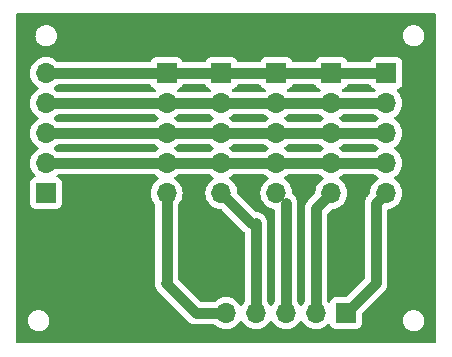
<source format=gbr>
%TF.GenerationSoftware,KiCad,Pcbnew,7.0.8*%
%TF.CreationDate,2023-12-26T11:26:10-03:00*%
%TF.ProjectId,teste2,74657374-6532-42e6-9b69-6361645f7063,rev?*%
%TF.SameCoordinates,Original*%
%TF.FileFunction,Copper,L2,Bot*%
%TF.FilePolarity,Positive*%
%FSLAX45Y45*%
G04 Gerber Fmt 4.5, Leading zero omitted, Abs format (unit mm)*
G04 Created by KiCad (PCBNEW 7.0.8) date 2023-12-26 11:26:10*
%MOMM*%
%LPD*%
G01*
G04 APERTURE LIST*
%TA.AperFunction,ComponentPad*%
%ADD10R,1.700000X1.700000*%
%TD*%
%TA.AperFunction,ComponentPad*%
%ADD11O,1.700000X1.700000*%
%TD*%
%TA.AperFunction,Conductor*%
%ADD12C,0.900000*%
%TD*%
%TA.AperFunction,Conductor*%
%ADD13C,0.250000*%
%TD*%
G04 APERTURE END LIST*
D10*
%TO.P,J4,1*%
%TO.N,Net-(J1-Pad1)*%
X14861000Y-6096000D03*
D11*
%TO.P,J4,2*%
%TO.N,Net-(J1-Pad2)*%
X14861000Y-6350000D03*
%TO.P,J4,3*%
%TO.N,Net-(J1-Pad3)*%
X14861000Y-6604000D03*
%TO.P,J4,4*%
%TO.N,Net-(J1-Pad4)*%
X14861000Y-6858000D03*
%TO.P,J4,5*%
%TO.N,Net-(J4-Pad5)*%
X14861000Y-7112000D03*
%TD*%
D10*
%TO.P,J3,1*%
%TO.N,Net-(J1-Pad1)*%
X14396000Y-6096000D03*
D11*
%TO.P,J3,2*%
%TO.N,Net-(J1-Pad2)*%
X14396000Y-6350000D03*
%TO.P,J3,3*%
%TO.N,Net-(J1-Pad3)*%
X14396000Y-6604000D03*
%TO.P,J3,4*%
%TO.N,Net-(J1-Pad4)*%
X14396000Y-6858000D03*
%TO.P,J3,5*%
%TO.N,Net-(J3-Pad5)*%
X14396000Y-7112000D03*
%TD*%
D10*
%TO.P,J2,1*%
%TO.N,Net-(J1-Pad1)*%
X13931000Y-6096000D03*
D11*
%TO.P,J2,2*%
%TO.N,Net-(J1-Pad2)*%
X13931000Y-6350000D03*
%TO.P,J2,3*%
%TO.N,Net-(J1-Pad3)*%
X13931000Y-6604000D03*
%TO.P,J2,4*%
%TO.N,Net-(J1-Pad4)*%
X13931000Y-6858000D03*
%TO.P,J2,5*%
%TO.N,Net-(J2-Pad5)*%
X13931000Y-7112000D03*
%TD*%
D10*
%TO.P,J7,1*%
%TO.N,unconnected-(J7-Pad1)*%
X12446000Y-7112000D03*
D11*
%TO.P,J7,2*%
%TO.N,Net-(J1-Pad4)*%
X12446000Y-6858000D03*
%TO.P,J7,3*%
%TO.N,Net-(J1-Pad3)*%
X12446000Y-6604000D03*
%TO.P,J7,4*%
%TO.N,Net-(J1-Pad2)*%
X12446000Y-6350000D03*
%TO.P,J7,5*%
%TO.N,Net-(J1-Pad1)*%
X12446000Y-6096000D03*
%TD*%
D10*
%TO.P,J6,1*%
%TO.N,Net-(J5-Pad5)*%
X14986000Y-8128000D03*
D11*
%TO.P,J6,2*%
%TO.N,Net-(J4-Pad5)*%
X14732000Y-8128000D03*
%TO.P,J6,3*%
%TO.N,Net-(J3-Pad5)*%
X14478000Y-8128000D03*
%TO.P,J6,4*%
%TO.N,Net-(J2-Pad5)*%
X14224000Y-8128000D03*
%TO.P,J6,5*%
%TO.N,Net-(J1-Pad5)*%
X13970000Y-8128000D03*
%TD*%
D10*
%TO.P,J5,1*%
%TO.N,Net-(J1-Pad1)*%
X15326000Y-6096000D03*
D11*
%TO.P,J5,2*%
%TO.N,Net-(J1-Pad2)*%
X15326000Y-6350000D03*
%TO.P,J5,3*%
%TO.N,Net-(J1-Pad3)*%
X15326000Y-6604000D03*
%TO.P,J5,4*%
%TO.N,Net-(J1-Pad4)*%
X15326000Y-6858000D03*
%TO.P,J5,5*%
%TO.N,Net-(J5-Pad5)*%
X15326000Y-7112000D03*
%TD*%
D10*
%TO.P,J1,1*%
%TO.N,Net-(J1-Pad1)*%
X13466000Y-6096000D03*
D11*
%TO.P,J1,2*%
%TO.N,Net-(J1-Pad2)*%
X13466000Y-6350000D03*
%TO.P,J1,3*%
%TO.N,Net-(J1-Pad3)*%
X13466000Y-6604000D03*
%TO.P,J1,4*%
%TO.N,Net-(J1-Pad4)*%
X13466000Y-6858000D03*
%TO.P,J1,5*%
%TO.N,Net-(J1-Pad5)*%
X13466000Y-7112000D03*
%TD*%
D12*
%TO.N,Net-(J1-Pad1)*%
X14396000Y-6096000D02*
X13931000Y-6096000D01*
X14861000Y-6096000D02*
X14396000Y-6096000D01*
X15326000Y-6096000D02*
X14861000Y-6096000D01*
X13931000Y-6096000D02*
X13466000Y-6096000D01*
X13466000Y-6096000D02*
X12446000Y-6096000D01*
%TO.N,Net-(J1-Pad2)*%
X12446000Y-6350000D02*
X13466000Y-6350000D01*
X14396000Y-6350000D02*
X14861000Y-6350000D01*
X13466000Y-6350000D02*
X13931000Y-6350000D01*
X15326000Y-6350000D02*
X14861000Y-6350000D01*
X13931000Y-6350000D02*
X14396000Y-6350000D01*
%TO.N,Net-(J1-Pad3)*%
X14861000Y-6604000D02*
X14396000Y-6604000D01*
X13466000Y-6604000D02*
X12446000Y-6604000D01*
X14396000Y-6604000D02*
X13931000Y-6604000D01*
X13931000Y-6604000D02*
X13466000Y-6604000D01*
X15326000Y-6604000D02*
X14861000Y-6604000D01*
%TO.N,Net-(J1-Pad4)*%
X13931000Y-6858000D02*
X14396000Y-6858000D01*
X14861000Y-6858000D02*
X15326000Y-6858000D01*
X14396000Y-6858000D02*
X14861000Y-6858000D01*
X12446000Y-6858000D02*
X13466000Y-6858000D01*
X13466000Y-6858000D02*
X13931000Y-6858000D01*
%TO.N,Net-(J1-Pad5)*%
X13466000Y-7870000D02*
X13466000Y-7112000D01*
X13716000Y-8128000D02*
X13462000Y-7874000D01*
D13*
X13462000Y-7874000D02*
X13466000Y-7870000D01*
D12*
X13970000Y-8128000D02*
X13716000Y-8128000D01*
D13*
%TO.N,Net-(J2-Pad5)*%
X14224000Y-7366000D02*
X14185000Y-7366000D01*
D12*
X14224000Y-8128000D02*
X14224000Y-7366000D01*
X14185000Y-7366000D02*
X13931000Y-7112000D01*
%TO.N,Net-(J3-Pad5)*%
X14478000Y-8128000D02*
X14478000Y-7194000D01*
D13*
X14478000Y-7194000D02*
X14396000Y-7112000D01*
D12*
%TO.N,Net-(J4-Pad5)*%
X14732000Y-7241000D02*
X14861000Y-7112000D01*
X14732000Y-8128000D02*
X14732000Y-7241000D01*
%TO.N,Net-(J5-Pad5)*%
X15240000Y-7874000D02*
X15240000Y-7198000D01*
X14986000Y-8128000D02*
X15240000Y-7874000D01*
X15326000Y-7112000D02*
X15240000Y-7198000D01*
%TD*%
%TA.AperFunction,NonConductor*%
G36*
X15742254Y-5590019D02*
G01*
X15746829Y-5595299D01*
X15747950Y-5600450D01*
X15747950Y-8369550D01*
X15745981Y-8376254D01*
X15740701Y-8380829D01*
X15735550Y-8381950D01*
X12204450Y-8381950D01*
X12197746Y-8379981D01*
X12193171Y-8374701D01*
X12192050Y-8369550D01*
X12192050Y-8191500D01*
X12292152Y-8191500D01*
X12292909Y-8198702D01*
X12292943Y-8199350D01*
X12292943Y-8200913D01*
X12293268Y-8202441D01*
X12293370Y-8203082D01*
X12294127Y-8210284D01*
X12294127Y-8210285D01*
X12296364Y-8217170D01*
X12296532Y-8217798D01*
X12296857Y-8219327D01*
X12296857Y-8219327D01*
X12297493Y-8220755D01*
X12297726Y-8221361D01*
X12299963Y-8228247D01*
X12299963Y-8228248D01*
X12303584Y-8234519D01*
X12303878Y-8235096D01*
X12304514Y-8236525D01*
X12305433Y-8237790D01*
X12305787Y-8238334D01*
X12309407Y-8244605D01*
X12309407Y-8244605D01*
X12314252Y-8249986D01*
X12314660Y-8250490D01*
X12314661Y-8250490D01*
X12315580Y-8251755D01*
X12315580Y-8251755D01*
X12315580Y-8251755D01*
X12315580Y-8251755D01*
X12316742Y-8252802D01*
X12317200Y-8253260D01*
X12319118Y-8255390D01*
X12322045Y-8258641D01*
X12327904Y-8262898D01*
X12328409Y-8263306D01*
X12328720Y-8263586D01*
X12329570Y-8264352D01*
X12329570Y-8264352D01*
X12330456Y-8264864D01*
X12330924Y-8265133D01*
X12331468Y-8265487D01*
X12337326Y-8269743D01*
X12343942Y-8272689D01*
X12344518Y-8272982D01*
X12345873Y-8273764D01*
X12345873Y-8273764D01*
X12345873Y-8273764D01*
X12345873Y-8273765D01*
X12347361Y-8274248D01*
X12347966Y-8274480D01*
X12347966Y-8274481D01*
X12354581Y-8277426D01*
X12361666Y-8278932D01*
X12362290Y-8279099D01*
X12363777Y-8279582D01*
X12363778Y-8279582D01*
X12365334Y-8279746D01*
X12365971Y-8279847D01*
X12373056Y-8281353D01*
X12373056Y-8281353D01*
X12380297Y-8281353D01*
X12380945Y-8281387D01*
X12381345Y-8281428D01*
X12382500Y-8281550D01*
X12383655Y-8281428D01*
X12384055Y-8281387D01*
X12384703Y-8281353D01*
X12391944Y-8281353D01*
X12391944Y-8281353D01*
X12399028Y-8279847D01*
X12399666Y-8279746D01*
X12401222Y-8279582D01*
X12402710Y-8279099D01*
X12403333Y-8278932D01*
X12410419Y-8277426D01*
X12410419Y-8277425D01*
X12410419Y-8277425D01*
X12411690Y-8276860D01*
X12417036Y-8274480D01*
X12417638Y-8274248D01*
X12419127Y-8273765D01*
X12420483Y-8272981D01*
X12421054Y-8272690D01*
X12427674Y-8269743D01*
X12433534Y-8265485D01*
X12434076Y-8265133D01*
X12435430Y-8264352D01*
X12436593Y-8263304D01*
X12437093Y-8262900D01*
X12442954Y-8258641D01*
X12447800Y-8253260D01*
X12448258Y-8252802D01*
X12449420Y-8251755D01*
X12450340Y-8250489D01*
X12450746Y-8249987D01*
X12455593Y-8244605D01*
X12459214Y-8238333D01*
X12459566Y-8237790D01*
X12460485Y-8236525D01*
X12461122Y-8235094D01*
X12461414Y-8234521D01*
X12465036Y-8228248D01*
X12467275Y-8221358D01*
X12467505Y-8220758D01*
X12468143Y-8219327D01*
X12468468Y-8217796D01*
X12468635Y-8217172D01*
X12470873Y-8210284D01*
X12471630Y-8203080D01*
X12471731Y-8202443D01*
X12472057Y-8200913D01*
X12472116Y-8198642D01*
X12472148Y-8198158D01*
X12472516Y-8194655D01*
X12472847Y-8191500D01*
X12472148Y-8184841D01*
X12472116Y-8184357D01*
X12472057Y-8182087D01*
X12471731Y-8180557D01*
X12471630Y-8179919D01*
X12470873Y-8172716D01*
X12468635Y-8165828D01*
X12468467Y-8165202D01*
X12468143Y-8163673D01*
X12467507Y-8162245D01*
X12467274Y-8161640D01*
X12465036Y-8154752D01*
X12461415Y-8148480D01*
X12461122Y-8147904D01*
X12460485Y-8146475D01*
X12459566Y-8145210D01*
X12459213Y-8144666D01*
X12455593Y-8138395D01*
X12455592Y-8138394D01*
X12450748Y-8133014D01*
X12450339Y-8132509D01*
X12449420Y-8131245D01*
X12449420Y-8131245D01*
X12448257Y-8130198D01*
X12447799Y-8129739D01*
X12442954Y-8124359D01*
X12437096Y-8120103D01*
X12436592Y-8119694D01*
X12435430Y-8118648D01*
X12435430Y-8118648D01*
X12434077Y-8117867D01*
X12433533Y-8117513D01*
X12427673Y-8113257D01*
X12427674Y-8113257D01*
X12421058Y-8110311D01*
X12420480Y-8110017D01*
X12419127Y-8109235D01*
X12419126Y-8109235D01*
X12417639Y-8108752D01*
X12417034Y-8108519D01*
X12414932Y-8107584D01*
X12410419Y-8105574D01*
X12403336Y-8104069D01*
X12402709Y-8103901D01*
X12401223Y-8103418D01*
X12401222Y-8103418D01*
X12399669Y-8103254D01*
X12399028Y-8103153D01*
X12391944Y-8101647D01*
X12391944Y-8101647D01*
X12384702Y-8101647D01*
X12384054Y-8101613D01*
X12382500Y-8101450D01*
X12380946Y-8101613D01*
X12380297Y-8101647D01*
X12373056Y-8101647D01*
X12365972Y-8103153D01*
X12365331Y-8103254D01*
X12363778Y-8103418D01*
X12362291Y-8103901D01*
X12361664Y-8104069D01*
X12354581Y-8105574D01*
X12347966Y-8108520D01*
X12347360Y-8108752D01*
X12345874Y-8109235D01*
X12345873Y-8109235D01*
X12344519Y-8110017D01*
X12343941Y-8110312D01*
X12337326Y-8113257D01*
X12337326Y-8113257D01*
X12331468Y-8117513D01*
X12330924Y-8117866D01*
X12329570Y-8118648D01*
X12329570Y-8118648D01*
X12328407Y-8119695D01*
X12327903Y-8120103D01*
X12322046Y-8124359D01*
X12317201Y-8129739D01*
X12316742Y-8130198D01*
X12315580Y-8131245D01*
X12315580Y-8131245D01*
X12314661Y-8132510D01*
X12314252Y-8133014D01*
X12309407Y-8138395D01*
X12309407Y-8138395D01*
X12305786Y-8144667D01*
X12305433Y-8145211D01*
X12304515Y-8146474D01*
X12304514Y-8146476D01*
X12303878Y-8147903D01*
X12303584Y-8148481D01*
X12299964Y-8154752D01*
X12297726Y-8161638D01*
X12297493Y-8162244D01*
X12296857Y-8163673D01*
X12296857Y-8163673D01*
X12296532Y-8165203D01*
X12296364Y-8165830D01*
X12294127Y-8172715D01*
X12294127Y-8172716D01*
X12293865Y-8175203D01*
X12293370Y-8179917D01*
X12293268Y-8180558D01*
X12292943Y-8182087D01*
X12292943Y-8183650D01*
X12292909Y-8184298D01*
X12292152Y-8191500D01*
X12192050Y-8191500D01*
X12192050Y-6858000D01*
X12310434Y-6858000D01*
X12312494Y-6881540D01*
X12312494Y-6881541D01*
X12318609Y-6904365D01*
X12318610Y-6904366D01*
X12318610Y-6904366D01*
X12328596Y-6925783D01*
X12328597Y-6925783D01*
X12342150Y-6945139D01*
X12342151Y-6945140D01*
X12354343Y-6957333D01*
X12357691Y-6963465D01*
X12357193Y-6970434D01*
X12353006Y-6976027D01*
X12349908Y-6977719D01*
X12336767Y-6982620D01*
X12336766Y-6982621D01*
X12325245Y-6991245D01*
X12325245Y-6991245D01*
X12316621Y-7002766D01*
X12316620Y-7002767D01*
X12311591Y-7016252D01*
X12310950Y-7022212D01*
X12310950Y-7022212D01*
X12310950Y-7022213D01*
X12310950Y-7201787D01*
X12310950Y-7201788D01*
X12311591Y-7207748D01*
X12316620Y-7221233D01*
X12316621Y-7221233D01*
X12325245Y-7232754D01*
X12325245Y-7232755D01*
X12336766Y-7241379D01*
X12336767Y-7241380D01*
X12350252Y-7246409D01*
X12350252Y-7246409D01*
X12350944Y-7246483D01*
X12356213Y-7247050D01*
X12535787Y-7247050D01*
X12541748Y-7246409D01*
X12555233Y-7241380D01*
X12566755Y-7232755D01*
X12575380Y-7221233D01*
X12580409Y-7207748D01*
X12581050Y-7201787D01*
X12581050Y-7022213D01*
X12580409Y-7016252D01*
X12575380Y-7002767D01*
X12575379Y-7002767D01*
X12575379Y-7002766D01*
X12566755Y-6991245D01*
X12566754Y-6991245D01*
X12555233Y-6982621D01*
X12555233Y-6982620D01*
X12542092Y-6977719D01*
X12536498Y-6973532D01*
X12534057Y-6966985D01*
X12535542Y-6960158D01*
X12537657Y-6957333D01*
X12538308Y-6956681D01*
X12544441Y-6953333D01*
X12547076Y-6953050D01*
X13364924Y-6953050D01*
X13371628Y-6955018D01*
X13373692Y-6956682D01*
X13378860Y-6961849D01*
X13378860Y-6961850D01*
X13397416Y-6974842D01*
X13401778Y-6980300D01*
X13402498Y-6987250D01*
X13399345Y-6993485D01*
X13397416Y-6995157D01*
X13378860Y-7008150D01*
X13362150Y-7024860D01*
X13348596Y-7044217D01*
X13348596Y-7044217D01*
X13338610Y-7065633D01*
X13338609Y-7065634D01*
X13332494Y-7088459D01*
X13332494Y-7088460D01*
X13330434Y-7112000D01*
X13330434Y-7112000D01*
X13332494Y-7135540D01*
X13332494Y-7135541D01*
X13338609Y-7158365D01*
X13338610Y-7158366D01*
X13338610Y-7158366D01*
X13346624Y-7175553D01*
X13348596Y-7179783D01*
X13348597Y-7179783D01*
X13362150Y-7199139D01*
X13362151Y-7199140D01*
X13367318Y-7204308D01*
X13370667Y-7210440D01*
X13370950Y-7213076D01*
X13370950Y-7844459D01*
X13370629Y-7847262D01*
X13367225Y-7861929D01*
X13366735Y-7881254D01*
X13370146Y-7900282D01*
X13370146Y-7900283D01*
X13377317Y-7918234D01*
X13377317Y-7918236D01*
X13387955Y-7934376D01*
X13387955Y-7934376D01*
X13647937Y-8194358D01*
X13653767Y-8200492D01*
X13658542Y-8203815D01*
X13658918Y-8204099D01*
X13663424Y-8207773D01*
X13663425Y-8207773D01*
X13663425Y-8207773D01*
X13666300Y-8209275D01*
X13666972Y-8209682D01*
X13669634Y-8211535D01*
X13674981Y-8213830D01*
X13675405Y-8214031D01*
X13680559Y-8216724D01*
X13683679Y-8217616D01*
X13684416Y-8217878D01*
X13687399Y-8219159D01*
X13693099Y-8220330D01*
X13693552Y-8220441D01*
X13699145Y-8222042D01*
X13699145Y-8222042D01*
X13699145Y-8222042D01*
X13700632Y-8222155D01*
X13702379Y-8222288D01*
X13703156Y-8222397D01*
X13706334Y-8223050D01*
X13706334Y-8223050D01*
X13712152Y-8223050D01*
X13712622Y-8223068D01*
X13715910Y-8223318D01*
X13718420Y-8223509D01*
X13718420Y-8223509D01*
X13718420Y-8223509D01*
X13721638Y-8223100D01*
X13722421Y-8223050D01*
X13868924Y-8223050D01*
X13875628Y-8225018D01*
X13877692Y-8226682D01*
X13882860Y-8231849D01*
X13891344Y-8237790D01*
X13902216Y-8245403D01*
X13902217Y-8245403D01*
X13902217Y-8245403D01*
X13923634Y-8255390D01*
X13946459Y-8261506D01*
X13964103Y-8263050D01*
X13970000Y-8263566D01*
X13970000Y-8263566D01*
X13970000Y-8263566D01*
X13975897Y-8263050D01*
X13993541Y-8261506D01*
X14016366Y-8255390D01*
X14037783Y-8245403D01*
X14057140Y-8231849D01*
X14073849Y-8215140D01*
X14086842Y-8196584D01*
X14092300Y-8192222D01*
X14099250Y-8191502D01*
X14105485Y-8194655D01*
X14107157Y-8196584D01*
X14119374Y-8214031D01*
X14120150Y-8215140D01*
X14136860Y-8231849D01*
X14145344Y-8237790D01*
X14156216Y-8245403D01*
X14156217Y-8245403D01*
X14156217Y-8245403D01*
X14177634Y-8255390D01*
X14200459Y-8261506D01*
X14218103Y-8263050D01*
X14224000Y-8263566D01*
X14224000Y-8263566D01*
X14224000Y-8263566D01*
X14229897Y-8263050D01*
X14247541Y-8261506D01*
X14270366Y-8255390D01*
X14291783Y-8245403D01*
X14311140Y-8231849D01*
X14327849Y-8215140D01*
X14340842Y-8196584D01*
X14346300Y-8192222D01*
X14353250Y-8191502D01*
X14359485Y-8194655D01*
X14361157Y-8196584D01*
X14373374Y-8214031D01*
X14374150Y-8215140D01*
X14390860Y-8231849D01*
X14399344Y-8237790D01*
X14410216Y-8245403D01*
X14410217Y-8245403D01*
X14410217Y-8245403D01*
X14431634Y-8255390D01*
X14454459Y-8261506D01*
X14472103Y-8263050D01*
X14478000Y-8263566D01*
X14478000Y-8263566D01*
X14478000Y-8263566D01*
X14483897Y-8263050D01*
X14501541Y-8261506D01*
X14524366Y-8255390D01*
X14545783Y-8245403D01*
X14565140Y-8231849D01*
X14581849Y-8215140D01*
X14594842Y-8196584D01*
X14600300Y-8192222D01*
X14607250Y-8191502D01*
X14613485Y-8194655D01*
X14615157Y-8196584D01*
X14627374Y-8214031D01*
X14628150Y-8215140D01*
X14644860Y-8231849D01*
X14653344Y-8237790D01*
X14664216Y-8245403D01*
X14664217Y-8245403D01*
X14664217Y-8245403D01*
X14685634Y-8255390D01*
X14708459Y-8261506D01*
X14726103Y-8263050D01*
X14732000Y-8263566D01*
X14732000Y-8263566D01*
X14732000Y-8263566D01*
X14737897Y-8263050D01*
X14755541Y-8261506D01*
X14778366Y-8255390D01*
X14799783Y-8245403D01*
X14819140Y-8231849D01*
X14831333Y-8219657D01*
X14837465Y-8216308D01*
X14844434Y-8216807D01*
X14850027Y-8220994D01*
X14851719Y-8224092D01*
X14856620Y-8237233D01*
X14856621Y-8237233D01*
X14865245Y-8248754D01*
X14865245Y-8248755D01*
X14876766Y-8257379D01*
X14876767Y-8257380D01*
X14890252Y-8262409D01*
X14890252Y-8262409D01*
X14890944Y-8262483D01*
X14896213Y-8263050D01*
X15075787Y-8263050D01*
X15081748Y-8262409D01*
X15095233Y-8257380D01*
X15106755Y-8248755D01*
X15115380Y-8237233D01*
X15120409Y-8223748D01*
X15121050Y-8217787D01*
X15121050Y-8191500D01*
X15467152Y-8191500D01*
X15467909Y-8198702D01*
X15467943Y-8199350D01*
X15467943Y-8200913D01*
X15468268Y-8202441D01*
X15468370Y-8203082D01*
X15469127Y-8210284D01*
X15469127Y-8210285D01*
X15471364Y-8217170D01*
X15471532Y-8217798D01*
X15471857Y-8219327D01*
X15471857Y-8219327D01*
X15472493Y-8220755D01*
X15472726Y-8221361D01*
X15474963Y-8228247D01*
X15474963Y-8228248D01*
X15478584Y-8234519D01*
X15478878Y-8235096D01*
X15479514Y-8236525D01*
X15480433Y-8237790D01*
X15480787Y-8238334D01*
X15484407Y-8244605D01*
X15484407Y-8244605D01*
X15489252Y-8249986D01*
X15489660Y-8250490D01*
X15489661Y-8250490D01*
X15490580Y-8251755D01*
X15490580Y-8251755D01*
X15490580Y-8251755D01*
X15490580Y-8251755D01*
X15491742Y-8252802D01*
X15492200Y-8253260D01*
X15494118Y-8255390D01*
X15497045Y-8258641D01*
X15502904Y-8262898D01*
X15503409Y-8263306D01*
X15503720Y-8263586D01*
X15504570Y-8264352D01*
X15504570Y-8264352D01*
X15505456Y-8264864D01*
X15505924Y-8265133D01*
X15506468Y-8265487D01*
X15512326Y-8269743D01*
X15518942Y-8272689D01*
X15519518Y-8272982D01*
X15520873Y-8273764D01*
X15520873Y-8273764D01*
X15520873Y-8273764D01*
X15520873Y-8273765D01*
X15522361Y-8274248D01*
X15522966Y-8274480D01*
X15522966Y-8274481D01*
X15529581Y-8277426D01*
X15536666Y-8278932D01*
X15537290Y-8279099D01*
X15538777Y-8279582D01*
X15538778Y-8279582D01*
X15540334Y-8279746D01*
X15540971Y-8279847D01*
X15548056Y-8281353D01*
X15548056Y-8281353D01*
X15555297Y-8281353D01*
X15555945Y-8281387D01*
X15556345Y-8281428D01*
X15557500Y-8281550D01*
X15558655Y-8281428D01*
X15559055Y-8281387D01*
X15559703Y-8281353D01*
X15566944Y-8281353D01*
X15566944Y-8281353D01*
X15574028Y-8279847D01*
X15574666Y-8279746D01*
X15576222Y-8279582D01*
X15577710Y-8279099D01*
X15578333Y-8278932D01*
X15585419Y-8277426D01*
X15585419Y-8277425D01*
X15585419Y-8277425D01*
X15586690Y-8276860D01*
X15592036Y-8274480D01*
X15592638Y-8274248D01*
X15594127Y-8273765D01*
X15595483Y-8272981D01*
X15596054Y-8272690D01*
X15602674Y-8269743D01*
X15608534Y-8265485D01*
X15609076Y-8265133D01*
X15610430Y-8264352D01*
X15611593Y-8263304D01*
X15612093Y-8262900D01*
X15617954Y-8258641D01*
X15622800Y-8253260D01*
X15623258Y-8252802D01*
X15624420Y-8251755D01*
X15625340Y-8250489D01*
X15625746Y-8249987D01*
X15630593Y-8244605D01*
X15634214Y-8238333D01*
X15634566Y-8237790D01*
X15635485Y-8236525D01*
X15636122Y-8235094D01*
X15636414Y-8234521D01*
X15640036Y-8228248D01*
X15642275Y-8221358D01*
X15642505Y-8220758D01*
X15643143Y-8219327D01*
X15643468Y-8217796D01*
X15643635Y-8217172D01*
X15645873Y-8210284D01*
X15646630Y-8203080D01*
X15646731Y-8202443D01*
X15647057Y-8200913D01*
X15647116Y-8198642D01*
X15647148Y-8198158D01*
X15647516Y-8194655D01*
X15647847Y-8191500D01*
X15647148Y-8184841D01*
X15647116Y-8184357D01*
X15647057Y-8182087D01*
X15646731Y-8180557D01*
X15646630Y-8179919D01*
X15645873Y-8172716D01*
X15643635Y-8165828D01*
X15643467Y-8165202D01*
X15643143Y-8163673D01*
X15642507Y-8162245D01*
X15642274Y-8161640D01*
X15640036Y-8154752D01*
X15636415Y-8148480D01*
X15636122Y-8147904D01*
X15635485Y-8146475D01*
X15634566Y-8145210D01*
X15634213Y-8144666D01*
X15630593Y-8138395D01*
X15630592Y-8138394D01*
X15625748Y-8133014D01*
X15625339Y-8132509D01*
X15624420Y-8131245D01*
X15624420Y-8131245D01*
X15623257Y-8130198D01*
X15622799Y-8129739D01*
X15617954Y-8124359D01*
X15612096Y-8120103D01*
X15611592Y-8119694D01*
X15610430Y-8118648D01*
X15610430Y-8118648D01*
X15609077Y-8117867D01*
X15608533Y-8117513D01*
X15602673Y-8113257D01*
X15602674Y-8113257D01*
X15596058Y-8110311D01*
X15595480Y-8110017D01*
X15594127Y-8109235D01*
X15594126Y-8109235D01*
X15592639Y-8108752D01*
X15592034Y-8108519D01*
X15589932Y-8107584D01*
X15585419Y-8105574D01*
X15578336Y-8104069D01*
X15577709Y-8103901D01*
X15576223Y-8103418D01*
X15576222Y-8103418D01*
X15574669Y-8103254D01*
X15574028Y-8103153D01*
X15566944Y-8101647D01*
X15566944Y-8101647D01*
X15559702Y-8101647D01*
X15559054Y-8101613D01*
X15557500Y-8101450D01*
X15555946Y-8101613D01*
X15555297Y-8101647D01*
X15548056Y-8101647D01*
X15540972Y-8103153D01*
X15540331Y-8103254D01*
X15538778Y-8103418D01*
X15537291Y-8103901D01*
X15536664Y-8104069D01*
X15529581Y-8105574D01*
X15522966Y-8108520D01*
X15522360Y-8108752D01*
X15520874Y-8109235D01*
X15520873Y-8109235D01*
X15519519Y-8110017D01*
X15518941Y-8110312D01*
X15512326Y-8113257D01*
X15512326Y-8113257D01*
X15506468Y-8117513D01*
X15505924Y-8117866D01*
X15504570Y-8118648D01*
X15504570Y-8118648D01*
X15503407Y-8119695D01*
X15502903Y-8120103D01*
X15497046Y-8124359D01*
X15492201Y-8129739D01*
X15491742Y-8130198D01*
X15490580Y-8131245D01*
X15490580Y-8131245D01*
X15489661Y-8132510D01*
X15489252Y-8133014D01*
X15484407Y-8138395D01*
X15484407Y-8138395D01*
X15480786Y-8144667D01*
X15480433Y-8145211D01*
X15479515Y-8146474D01*
X15479514Y-8146476D01*
X15478878Y-8147903D01*
X15478584Y-8148481D01*
X15474964Y-8154752D01*
X15472726Y-8161638D01*
X15472493Y-8162244D01*
X15471857Y-8163673D01*
X15471857Y-8163673D01*
X15471532Y-8165203D01*
X15471364Y-8165830D01*
X15469127Y-8172715D01*
X15469127Y-8172716D01*
X15468865Y-8175203D01*
X15468370Y-8179917D01*
X15468268Y-8180558D01*
X15467943Y-8182087D01*
X15467943Y-8183650D01*
X15467909Y-8184298D01*
X15467152Y-8191500D01*
X15121050Y-8191500D01*
X15121050Y-8132507D01*
X15123018Y-8125803D01*
X15124681Y-8123739D01*
X15306358Y-7942063D01*
X15312492Y-7936232D01*
X15315814Y-7931458D01*
X15316097Y-7931083D01*
X15319773Y-7926575D01*
X15321275Y-7923700D01*
X15321682Y-7923028D01*
X15322494Y-7921862D01*
X15323535Y-7920366D01*
X15325830Y-7915019D01*
X15326030Y-7914596D01*
X15328724Y-7909441D01*
X15329616Y-7906322D01*
X15329879Y-7905584D01*
X15331159Y-7902601D01*
X15332330Y-7896901D01*
X15332441Y-7896448D01*
X15334042Y-7890855D01*
X15334288Y-7887621D01*
X15334397Y-7886843D01*
X15335050Y-7883666D01*
X15335050Y-7877848D01*
X15335068Y-7877377D01*
X15335509Y-7871580D01*
X15335100Y-7868362D01*
X15335050Y-7867578D01*
X15335050Y-7258136D01*
X15337018Y-7251433D01*
X15342299Y-7246857D01*
X15346369Y-7245784D01*
X15349541Y-7245506D01*
X15372366Y-7239390D01*
X15393783Y-7229403D01*
X15413140Y-7215849D01*
X15429849Y-7199140D01*
X15443403Y-7179783D01*
X15453390Y-7158366D01*
X15459506Y-7135541D01*
X15461566Y-7112000D01*
X15461399Y-7110097D01*
X15459506Y-7088460D01*
X15459506Y-7088459D01*
X15453390Y-7065634D01*
X15443403Y-7044217D01*
X15429849Y-7024860D01*
X15429849Y-7024860D01*
X15413140Y-7008151D01*
X15413140Y-7008150D01*
X15394584Y-6995157D01*
X15390222Y-6989700D01*
X15389502Y-6982750D01*
X15392655Y-6976514D01*
X15394584Y-6974842D01*
X15405805Y-6966985D01*
X15413140Y-6961849D01*
X15429849Y-6945140D01*
X15443403Y-6925783D01*
X15453390Y-6904366D01*
X15459506Y-6881541D01*
X15461566Y-6858000D01*
X15459506Y-6834459D01*
X15453390Y-6811634D01*
X15443403Y-6790217D01*
X15429849Y-6770860D01*
X15429849Y-6770860D01*
X15413140Y-6754151D01*
X15413140Y-6754150D01*
X15394584Y-6741157D01*
X15390222Y-6735700D01*
X15389502Y-6728750D01*
X15392655Y-6722514D01*
X15394584Y-6720842D01*
X15396803Y-6719289D01*
X15413140Y-6707849D01*
X15429849Y-6691140D01*
X15443403Y-6671783D01*
X15453390Y-6650366D01*
X15459506Y-6627541D01*
X15461566Y-6604000D01*
X15459506Y-6580459D01*
X15453390Y-6557634D01*
X15443403Y-6536217D01*
X15429849Y-6516860D01*
X15429849Y-6516860D01*
X15413140Y-6500151D01*
X15413140Y-6500150D01*
X15394584Y-6487157D01*
X15390222Y-6481700D01*
X15389502Y-6474750D01*
X15392655Y-6468514D01*
X15394584Y-6466842D01*
X15396803Y-6465289D01*
X15413140Y-6453849D01*
X15429849Y-6437140D01*
X15443403Y-6417783D01*
X15453390Y-6396366D01*
X15459506Y-6373541D01*
X15461566Y-6350000D01*
X15459506Y-6326459D01*
X15453390Y-6303634D01*
X15443403Y-6282217D01*
X15429849Y-6262860D01*
X15417657Y-6250667D01*
X15414308Y-6244535D01*
X15414807Y-6237566D01*
X15418994Y-6231972D01*
X15422091Y-6230281D01*
X15435233Y-6225380D01*
X15446755Y-6216755D01*
X15455380Y-6205233D01*
X15460409Y-6191748D01*
X15461050Y-6185787D01*
X15461050Y-6006213D01*
X15460409Y-6000252D01*
X15459935Y-5998981D01*
X15455380Y-5986767D01*
X15455379Y-5986766D01*
X15446755Y-5975245D01*
X15446754Y-5975245D01*
X15435233Y-5966621D01*
X15435233Y-5966620D01*
X15421748Y-5961591D01*
X15421748Y-5961591D01*
X15415788Y-5960950D01*
X15415788Y-5960950D01*
X15415787Y-5960950D01*
X15415786Y-5960950D01*
X15236213Y-5960950D01*
X15236212Y-5960950D01*
X15230252Y-5961591D01*
X15216767Y-5966620D01*
X15216766Y-5966621D01*
X15205245Y-5975245D01*
X15205245Y-5975245D01*
X15196621Y-5986766D01*
X15196620Y-5986767D01*
X15194339Y-5992883D01*
X15190152Y-5998477D01*
X15183606Y-6000918D01*
X15182721Y-6000950D01*
X15004279Y-6000950D01*
X14997575Y-5998981D01*
X14993000Y-5993701D01*
X14992661Y-5992883D01*
X14990380Y-5986767D01*
X14990379Y-5986766D01*
X14981755Y-5975245D01*
X14981754Y-5975245D01*
X14970233Y-5966621D01*
X14970233Y-5966620D01*
X14956748Y-5961591D01*
X14956748Y-5961591D01*
X14950788Y-5960950D01*
X14950788Y-5960950D01*
X14950787Y-5960950D01*
X14950786Y-5960950D01*
X14771213Y-5960950D01*
X14771212Y-5960950D01*
X14765252Y-5961591D01*
X14751767Y-5966620D01*
X14751766Y-5966621D01*
X14740245Y-5975245D01*
X14740245Y-5975245D01*
X14731621Y-5986766D01*
X14731620Y-5986767D01*
X14729339Y-5992883D01*
X14725152Y-5998477D01*
X14718606Y-6000918D01*
X14717721Y-6000950D01*
X14539279Y-6000950D01*
X14532575Y-5998981D01*
X14528000Y-5993701D01*
X14527661Y-5992883D01*
X14525380Y-5986767D01*
X14525379Y-5986766D01*
X14516755Y-5975245D01*
X14516754Y-5975245D01*
X14505233Y-5966621D01*
X14505233Y-5966620D01*
X14491748Y-5961591D01*
X14491748Y-5961591D01*
X14485788Y-5960950D01*
X14485788Y-5960950D01*
X14485787Y-5960950D01*
X14485786Y-5960950D01*
X14306213Y-5960950D01*
X14306212Y-5960950D01*
X14300252Y-5961591D01*
X14286767Y-5966620D01*
X14286766Y-5966621D01*
X14275245Y-5975245D01*
X14275245Y-5975245D01*
X14266621Y-5986766D01*
X14266620Y-5986767D01*
X14264339Y-5992883D01*
X14260152Y-5998477D01*
X14253606Y-6000918D01*
X14252721Y-6000950D01*
X14074279Y-6000950D01*
X14067575Y-5998981D01*
X14063000Y-5993701D01*
X14062661Y-5992883D01*
X14060380Y-5986767D01*
X14060379Y-5986766D01*
X14051755Y-5975245D01*
X14051754Y-5975245D01*
X14040233Y-5966621D01*
X14040233Y-5966620D01*
X14026748Y-5961591D01*
X14026748Y-5961591D01*
X14020788Y-5960950D01*
X14020788Y-5960950D01*
X14020787Y-5960950D01*
X14020786Y-5960950D01*
X13841213Y-5960950D01*
X13841212Y-5960950D01*
X13835252Y-5961591D01*
X13821767Y-5966620D01*
X13821766Y-5966621D01*
X13810245Y-5975245D01*
X13810245Y-5975245D01*
X13801621Y-5986766D01*
X13801620Y-5986767D01*
X13799339Y-5992883D01*
X13795152Y-5998477D01*
X13788606Y-6000918D01*
X13787721Y-6000950D01*
X13609279Y-6000950D01*
X13602575Y-5998981D01*
X13598000Y-5993701D01*
X13597661Y-5992883D01*
X13595380Y-5986767D01*
X13595379Y-5986766D01*
X13586755Y-5975245D01*
X13586754Y-5975245D01*
X13575233Y-5966621D01*
X13575233Y-5966620D01*
X13561748Y-5961591D01*
X13561748Y-5961591D01*
X13555788Y-5960950D01*
X13555788Y-5960950D01*
X13555787Y-5960950D01*
X13555786Y-5960950D01*
X13376213Y-5960950D01*
X13376212Y-5960950D01*
X13370252Y-5961591D01*
X13356767Y-5966620D01*
X13356766Y-5966621D01*
X13345245Y-5975245D01*
X13345245Y-5975245D01*
X13336621Y-5986766D01*
X13336620Y-5986767D01*
X13334339Y-5992883D01*
X13330152Y-5998477D01*
X13323606Y-6000918D01*
X13322721Y-6000950D01*
X12547076Y-6000950D01*
X12540372Y-5998981D01*
X12538308Y-5997318D01*
X12533140Y-5992151D01*
X12533139Y-5992150D01*
X12513783Y-5978597D01*
X12513783Y-5978596D01*
X12513783Y-5978596D01*
X12492366Y-5968610D01*
X12492366Y-5968610D01*
X12492365Y-5968609D01*
X12469541Y-5962494D01*
X12469540Y-5962494D01*
X12446000Y-5960434D01*
X12446000Y-5960434D01*
X12422460Y-5962494D01*
X12422459Y-5962494D01*
X12399634Y-5968609D01*
X12399633Y-5968610D01*
X12378217Y-5978596D01*
X12378217Y-5978596D01*
X12358860Y-5992150D01*
X12342150Y-6008860D01*
X12328596Y-6028217D01*
X12328596Y-6028217D01*
X12318610Y-6049633D01*
X12318609Y-6049634D01*
X12312494Y-6072459D01*
X12312494Y-6072460D01*
X12310434Y-6096000D01*
X12310434Y-6096000D01*
X12312494Y-6119540D01*
X12312494Y-6119541D01*
X12318609Y-6142365D01*
X12318610Y-6142366D01*
X12318610Y-6142366D01*
X12328596Y-6163783D01*
X12328597Y-6163783D01*
X12342150Y-6183139D01*
X12342151Y-6183140D01*
X12358860Y-6199849D01*
X12358860Y-6199850D01*
X12377416Y-6212842D01*
X12381778Y-6218300D01*
X12382498Y-6225250D01*
X12379345Y-6231485D01*
X12377416Y-6233157D01*
X12358860Y-6246150D01*
X12342150Y-6262860D01*
X12328596Y-6282217D01*
X12328596Y-6282217D01*
X12318610Y-6303633D01*
X12318609Y-6303634D01*
X12312494Y-6326459D01*
X12312494Y-6326460D01*
X12310434Y-6350000D01*
X12310434Y-6350000D01*
X12312494Y-6373540D01*
X12312494Y-6373541D01*
X12318609Y-6396365D01*
X12318610Y-6396366D01*
X12318610Y-6396366D01*
X12328596Y-6417783D01*
X12328597Y-6417783D01*
X12342150Y-6437139D01*
X12342151Y-6437140D01*
X12358860Y-6453849D01*
X12358860Y-6453850D01*
X12377416Y-6466842D01*
X12381778Y-6472300D01*
X12382498Y-6479250D01*
X12379345Y-6485485D01*
X12377416Y-6487157D01*
X12358860Y-6500150D01*
X12342150Y-6516860D01*
X12328596Y-6536217D01*
X12328596Y-6536217D01*
X12318610Y-6557633D01*
X12318609Y-6557634D01*
X12312494Y-6580459D01*
X12312494Y-6580460D01*
X12310434Y-6604000D01*
X12310434Y-6604000D01*
X12312494Y-6627540D01*
X12312494Y-6627541D01*
X12318609Y-6650365D01*
X12318610Y-6650366D01*
X12318610Y-6650366D01*
X12328596Y-6671783D01*
X12328597Y-6671783D01*
X12342150Y-6691139D01*
X12342151Y-6691140D01*
X12358860Y-6707849D01*
X12358860Y-6707850D01*
X12377416Y-6720842D01*
X12381778Y-6726300D01*
X12382498Y-6733250D01*
X12379345Y-6739485D01*
X12377416Y-6741157D01*
X12358860Y-6754150D01*
X12342150Y-6770860D01*
X12328596Y-6790217D01*
X12328596Y-6790217D01*
X12318610Y-6811633D01*
X12318609Y-6811634D01*
X12312494Y-6834459D01*
X12312494Y-6834460D01*
X12310434Y-6858000D01*
X12310434Y-6858000D01*
X12192050Y-6858000D01*
X12192050Y-5778500D01*
X12355652Y-5778500D01*
X12356409Y-5785702D01*
X12356443Y-5786350D01*
X12356443Y-5787913D01*
X12356768Y-5789441D01*
X12356870Y-5790082D01*
X12357627Y-5797284D01*
X12357627Y-5797285D01*
X12359864Y-5804170D01*
X12360032Y-5804798D01*
X12360357Y-5806327D01*
X12360357Y-5806327D01*
X12360993Y-5807755D01*
X12361226Y-5808361D01*
X12363463Y-5815247D01*
X12363463Y-5815248D01*
X12367084Y-5821519D01*
X12367378Y-5822096D01*
X12368014Y-5823525D01*
X12368933Y-5824790D01*
X12369287Y-5825334D01*
X12372907Y-5831605D01*
X12372907Y-5831605D01*
X12377752Y-5836986D01*
X12378160Y-5837490D01*
X12378161Y-5837490D01*
X12379080Y-5838755D01*
X12379080Y-5838755D01*
X12379080Y-5838755D01*
X12379080Y-5838755D01*
X12380242Y-5839802D01*
X12380700Y-5840260D01*
X12382620Y-5842391D01*
X12385545Y-5845641D01*
X12391404Y-5849898D01*
X12391909Y-5850307D01*
X12393070Y-5851352D01*
X12393070Y-5851352D01*
X12393956Y-5851864D01*
X12394424Y-5852133D01*
X12394968Y-5852487D01*
X12400826Y-5856743D01*
X12407442Y-5859689D01*
X12408018Y-5859982D01*
X12409373Y-5860764D01*
X12409373Y-5860764D01*
X12409373Y-5860764D01*
X12409373Y-5860765D01*
X12410861Y-5861248D01*
X12411466Y-5861480D01*
X12411466Y-5861481D01*
X12418081Y-5864426D01*
X12425166Y-5865932D01*
X12425790Y-5866099D01*
X12427277Y-5866582D01*
X12427278Y-5866582D01*
X12428834Y-5866746D01*
X12429471Y-5866847D01*
X12436556Y-5868353D01*
X12436556Y-5868353D01*
X12443797Y-5868353D01*
X12444445Y-5868387D01*
X12444845Y-5868428D01*
X12446000Y-5868550D01*
X12447155Y-5868428D01*
X12447555Y-5868387D01*
X12448203Y-5868353D01*
X12455444Y-5868353D01*
X12455444Y-5868353D01*
X12462528Y-5866847D01*
X12463166Y-5866746D01*
X12464722Y-5866582D01*
X12466210Y-5866099D01*
X12466833Y-5865932D01*
X12473919Y-5864426D01*
X12473919Y-5864425D01*
X12473919Y-5864425D01*
X12475190Y-5863860D01*
X12480536Y-5861480D01*
X12481138Y-5861248D01*
X12482627Y-5860765D01*
X12483983Y-5859981D01*
X12484554Y-5859690D01*
X12491174Y-5856743D01*
X12497034Y-5852485D01*
X12497576Y-5852133D01*
X12498930Y-5851352D01*
X12500093Y-5850304D01*
X12500593Y-5849900D01*
X12506454Y-5845641D01*
X12511300Y-5840260D01*
X12511758Y-5839802D01*
X12512920Y-5838755D01*
X12513840Y-5837489D01*
X12514246Y-5836987D01*
X12519093Y-5831605D01*
X12522714Y-5825333D01*
X12523066Y-5824790D01*
X12523985Y-5823525D01*
X12524622Y-5822094D01*
X12524914Y-5821521D01*
X12528536Y-5815248D01*
X12530775Y-5808358D01*
X12531005Y-5807758D01*
X12531643Y-5806327D01*
X12531968Y-5804796D01*
X12532135Y-5804172D01*
X12534373Y-5797284D01*
X12535130Y-5790080D01*
X12535231Y-5789443D01*
X12535557Y-5787913D01*
X12535616Y-5785642D01*
X12535648Y-5785158D01*
X12536347Y-5778500D01*
X15467152Y-5778500D01*
X15467909Y-5785702D01*
X15467943Y-5786350D01*
X15467943Y-5787913D01*
X15468268Y-5789441D01*
X15468370Y-5790082D01*
X15469127Y-5797284D01*
X15469127Y-5797285D01*
X15471364Y-5804170D01*
X15471532Y-5804798D01*
X15471857Y-5806327D01*
X15471857Y-5806327D01*
X15472493Y-5807755D01*
X15472726Y-5808361D01*
X15474963Y-5815247D01*
X15474963Y-5815248D01*
X15478584Y-5821519D01*
X15478878Y-5822096D01*
X15479514Y-5823525D01*
X15480433Y-5824790D01*
X15480787Y-5825334D01*
X15484407Y-5831605D01*
X15484407Y-5831605D01*
X15489252Y-5836986D01*
X15489660Y-5837490D01*
X15489661Y-5837490D01*
X15490580Y-5838755D01*
X15490580Y-5838755D01*
X15490580Y-5838755D01*
X15490580Y-5838755D01*
X15491742Y-5839802D01*
X15492200Y-5840260D01*
X15494120Y-5842391D01*
X15497045Y-5845641D01*
X15502904Y-5849898D01*
X15503409Y-5850307D01*
X15504570Y-5851352D01*
X15504570Y-5851352D01*
X15505456Y-5851864D01*
X15505924Y-5852133D01*
X15506468Y-5852487D01*
X15512326Y-5856743D01*
X15518942Y-5859689D01*
X15519518Y-5859982D01*
X15520873Y-5860764D01*
X15520873Y-5860764D01*
X15520873Y-5860764D01*
X15520873Y-5860765D01*
X15522361Y-5861248D01*
X15522966Y-5861480D01*
X15522966Y-5861481D01*
X15529581Y-5864426D01*
X15536666Y-5865932D01*
X15537290Y-5866099D01*
X15538777Y-5866582D01*
X15538778Y-5866582D01*
X15540334Y-5866746D01*
X15540971Y-5866847D01*
X15548056Y-5868353D01*
X15548056Y-5868353D01*
X15555297Y-5868353D01*
X15555945Y-5868387D01*
X15556345Y-5868428D01*
X15557500Y-5868550D01*
X15558655Y-5868428D01*
X15559055Y-5868387D01*
X15559703Y-5868353D01*
X15566944Y-5868353D01*
X15566944Y-5868353D01*
X15574028Y-5866847D01*
X15574666Y-5866746D01*
X15576222Y-5866582D01*
X15577710Y-5866099D01*
X15578333Y-5865932D01*
X15585419Y-5864426D01*
X15585419Y-5864425D01*
X15585419Y-5864425D01*
X15586690Y-5863860D01*
X15592036Y-5861480D01*
X15592638Y-5861248D01*
X15594127Y-5860765D01*
X15595483Y-5859981D01*
X15596054Y-5859690D01*
X15602674Y-5856743D01*
X15608534Y-5852485D01*
X15609076Y-5852133D01*
X15610430Y-5851352D01*
X15611593Y-5850304D01*
X15612093Y-5849900D01*
X15617954Y-5845641D01*
X15622800Y-5840260D01*
X15623258Y-5839802D01*
X15624420Y-5838755D01*
X15625340Y-5837489D01*
X15625746Y-5836987D01*
X15630593Y-5831605D01*
X15634214Y-5825333D01*
X15634566Y-5824790D01*
X15635485Y-5823525D01*
X15636122Y-5822094D01*
X15636414Y-5821521D01*
X15640036Y-5815248D01*
X15642275Y-5808358D01*
X15642505Y-5807758D01*
X15643143Y-5806327D01*
X15643468Y-5804796D01*
X15643635Y-5804172D01*
X15645873Y-5797284D01*
X15646630Y-5790080D01*
X15646731Y-5789443D01*
X15647057Y-5787913D01*
X15647116Y-5785642D01*
X15647148Y-5785158D01*
X15647847Y-5778500D01*
X15647148Y-5771841D01*
X15647116Y-5771357D01*
X15647057Y-5769087D01*
X15646731Y-5767557D01*
X15646630Y-5766919D01*
X15645873Y-5759716D01*
X15643635Y-5752828D01*
X15643467Y-5752202D01*
X15643143Y-5750673D01*
X15642507Y-5749245D01*
X15642274Y-5748640D01*
X15640036Y-5741752D01*
X15636415Y-5735480D01*
X15636122Y-5734904D01*
X15635485Y-5733475D01*
X15634566Y-5732210D01*
X15634213Y-5731666D01*
X15630593Y-5725395D01*
X15630592Y-5725394D01*
X15625748Y-5720014D01*
X15625339Y-5719509D01*
X15624420Y-5718245D01*
X15624420Y-5718245D01*
X15623257Y-5717198D01*
X15622799Y-5716739D01*
X15617954Y-5711359D01*
X15612096Y-5707103D01*
X15611592Y-5706694D01*
X15610430Y-5705648D01*
X15610430Y-5705648D01*
X15609077Y-5704867D01*
X15608533Y-5704513D01*
X15602673Y-5700257D01*
X15602674Y-5700257D01*
X15596058Y-5697311D01*
X15595480Y-5697017D01*
X15594127Y-5696235D01*
X15594126Y-5696235D01*
X15592639Y-5695752D01*
X15592034Y-5695519D01*
X15589932Y-5694584D01*
X15585419Y-5692574D01*
X15578336Y-5691069D01*
X15577709Y-5690901D01*
X15576223Y-5690418D01*
X15576222Y-5690418D01*
X15574669Y-5690254D01*
X15574028Y-5690153D01*
X15566944Y-5688647D01*
X15566944Y-5688647D01*
X15559702Y-5688647D01*
X15559054Y-5688613D01*
X15557500Y-5688450D01*
X15555946Y-5688613D01*
X15555297Y-5688647D01*
X15548056Y-5688647D01*
X15540972Y-5690153D01*
X15540331Y-5690254D01*
X15538778Y-5690418D01*
X15537291Y-5690901D01*
X15536664Y-5691069D01*
X15529581Y-5692574D01*
X15522966Y-5695520D01*
X15522360Y-5695752D01*
X15520874Y-5696235D01*
X15520873Y-5696235D01*
X15519519Y-5697017D01*
X15518941Y-5697312D01*
X15512326Y-5700257D01*
X15512326Y-5700257D01*
X15506468Y-5704513D01*
X15505924Y-5704866D01*
X15504570Y-5705648D01*
X15504570Y-5705648D01*
X15503407Y-5706695D01*
X15502903Y-5707103D01*
X15497046Y-5711359D01*
X15492201Y-5716739D01*
X15491742Y-5717198D01*
X15490580Y-5718245D01*
X15490580Y-5718245D01*
X15489661Y-5719510D01*
X15489252Y-5720014D01*
X15484407Y-5725395D01*
X15484407Y-5725395D01*
X15480786Y-5731667D01*
X15480433Y-5732211D01*
X15479515Y-5733474D01*
X15479514Y-5733476D01*
X15478878Y-5734903D01*
X15478584Y-5735481D01*
X15474964Y-5741752D01*
X15472726Y-5748638D01*
X15472493Y-5749244D01*
X15471857Y-5750673D01*
X15471857Y-5750673D01*
X15471532Y-5752203D01*
X15471364Y-5752830D01*
X15469127Y-5759715D01*
X15469127Y-5759716D01*
X15468841Y-5762435D01*
X15468370Y-5766917D01*
X15468268Y-5767558D01*
X15467943Y-5769087D01*
X15467943Y-5770650D01*
X15467909Y-5771298D01*
X15467152Y-5778500D01*
X12536347Y-5778500D01*
X12535648Y-5771841D01*
X12535616Y-5771357D01*
X12535557Y-5769087D01*
X12535231Y-5767557D01*
X12535130Y-5766919D01*
X12534373Y-5759716D01*
X12532135Y-5752828D01*
X12531967Y-5752202D01*
X12531643Y-5750673D01*
X12531007Y-5749245D01*
X12530774Y-5748640D01*
X12528536Y-5741752D01*
X12524915Y-5735480D01*
X12524622Y-5734904D01*
X12523985Y-5733475D01*
X12523066Y-5732210D01*
X12522713Y-5731666D01*
X12519093Y-5725395D01*
X12519092Y-5725394D01*
X12514248Y-5720014D01*
X12513839Y-5719509D01*
X12512920Y-5718245D01*
X12512920Y-5718245D01*
X12511757Y-5717198D01*
X12511299Y-5716739D01*
X12506454Y-5711359D01*
X12500596Y-5707103D01*
X12500092Y-5706694D01*
X12498930Y-5705648D01*
X12498930Y-5705648D01*
X12497577Y-5704867D01*
X12497033Y-5704513D01*
X12491173Y-5700257D01*
X12491174Y-5700257D01*
X12484558Y-5697311D01*
X12483980Y-5697017D01*
X12482627Y-5696235D01*
X12482626Y-5696235D01*
X12481139Y-5695752D01*
X12480534Y-5695519D01*
X12478432Y-5694584D01*
X12473919Y-5692574D01*
X12466836Y-5691069D01*
X12466209Y-5690901D01*
X12464723Y-5690418D01*
X12464722Y-5690418D01*
X12463169Y-5690254D01*
X12462528Y-5690153D01*
X12455444Y-5688647D01*
X12455444Y-5688647D01*
X12448202Y-5688647D01*
X12447554Y-5688613D01*
X12446000Y-5688450D01*
X12444446Y-5688613D01*
X12443797Y-5688647D01*
X12436556Y-5688647D01*
X12429472Y-5690153D01*
X12428831Y-5690254D01*
X12427278Y-5690418D01*
X12425791Y-5690901D01*
X12425164Y-5691069D01*
X12418081Y-5692574D01*
X12411466Y-5695520D01*
X12410860Y-5695752D01*
X12409374Y-5696235D01*
X12409373Y-5696235D01*
X12408019Y-5697017D01*
X12407441Y-5697312D01*
X12400826Y-5700257D01*
X12400826Y-5700257D01*
X12394968Y-5704513D01*
X12394424Y-5704866D01*
X12393070Y-5705648D01*
X12393070Y-5705648D01*
X12391907Y-5706695D01*
X12391403Y-5707103D01*
X12385546Y-5711359D01*
X12380701Y-5716739D01*
X12380242Y-5717198D01*
X12379080Y-5718245D01*
X12379080Y-5718245D01*
X12378161Y-5719510D01*
X12377752Y-5720014D01*
X12372907Y-5725395D01*
X12372907Y-5725395D01*
X12369286Y-5731667D01*
X12368933Y-5732211D01*
X12368015Y-5733474D01*
X12368014Y-5733476D01*
X12367378Y-5734903D01*
X12367084Y-5735481D01*
X12363464Y-5741752D01*
X12361226Y-5748638D01*
X12360993Y-5749244D01*
X12360357Y-5750673D01*
X12360357Y-5750673D01*
X12360032Y-5752203D01*
X12359864Y-5752830D01*
X12357627Y-5759715D01*
X12357627Y-5759716D01*
X12357341Y-5762435D01*
X12356870Y-5766917D01*
X12356768Y-5767558D01*
X12356443Y-5769087D01*
X12356443Y-5770650D01*
X12356409Y-5771298D01*
X12355652Y-5778500D01*
X12192050Y-5778500D01*
X12192050Y-5600450D01*
X12194018Y-5593746D01*
X12199299Y-5589171D01*
X12204450Y-5588050D01*
X15735550Y-5588050D01*
X15742254Y-5590019D01*
G37*
%TD.AperFunction*%
%TA.AperFunction,NonConductor*%
G36*
X15189425Y-6193018D02*
G01*
X15194000Y-6198299D01*
X15194339Y-6199117D01*
X15196620Y-6205233D01*
X15196621Y-6205233D01*
X15205245Y-6216754D01*
X15205245Y-6216755D01*
X15216766Y-6225379D01*
X15216767Y-6225380D01*
X15229908Y-6230281D01*
X15235502Y-6234468D01*
X15237943Y-6241014D01*
X15236458Y-6247842D01*
X15234344Y-6250667D01*
X15233693Y-6251318D01*
X15227561Y-6254666D01*
X15224924Y-6254950D01*
X14962076Y-6254950D01*
X14955372Y-6252981D01*
X14953308Y-6251318D01*
X14952657Y-6250667D01*
X14949308Y-6244535D01*
X14949807Y-6237566D01*
X14953994Y-6231972D01*
X14957091Y-6230281D01*
X14970233Y-6225380D01*
X14981755Y-6216755D01*
X14990380Y-6205233D01*
X14990989Y-6203600D01*
X14992661Y-6199117D01*
X14996848Y-6193523D01*
X15003394Y-6191082D01*
X15004279Y-6191050D01*
X15182721Y-6191050D01*
X15189425Y-6193018D01*
G37*
%TD.AperFunction*%
%TA.AperFunction,NonConductor*%
G36*
X14724425Y-6193018D02*
G01*
X14729000Y-6198299D01*
X14729339Y-6199117D01*
X14731620Y-6205233D01*
X14731621Y-6205233D01*
X14740245Y-6216754D01*
X14740245Y-6216755D01*
X14751766Y-6225379D01*
X14751767Y-6225380D01*
X14764908Y-6230281D01*
X14770502Y-6234468D01*
X14772943Y-6241014D01*
X14771458Y-6247842D01*
X14769344Y-6250667D01*
X14768693Y-6251318D01*
X14762561Y-6254666D01*
X14759924Y-6254950D01*
X14497076Y-6254950D01*
X14490372Y-6252981D01*
X14488308Y-6251318D01*
X14487657Y-6250667D01*
X14484308Y-6244535D01*
X14484807Y-6237566D01*
X14488994Y-6231972D01*
X14492091Y-6230281D01*
X14505233Y-6225380D01*
X14516755Y-6216755D01*
X14525380Y-6205233D01*
X14525989Y-6203600D01*
X14527661Y-6199117D01*
X14531848Y-6193523D01*
X14538394Y-6191082D01*
X14539279Y-6191050D01*
X14717721Y-6191050D01*
X14724425Y-6193018D01*
G37*
%TD.AperFunction*%
%TA.AperFunction,NonConductor*%
G36*
X14259425Y-6193018D02*
G01*
X14264000Y-6198299D01*
X14264339Y-6199117D01*
X14266620Y-6205233D01*
X14266621Y-6205233D01*
X14275245Y-6216754D01*
X14275245Y-6216755D01*
X14286766Y-6225379D01*
X14286767Y-6225380D01*
X14299908Y-6230281D01*
X14305502Y-6234468D01*
X14307943Y-6241014D01*
X14306458Y-6247842D01*
X14304344Y-6250667D01*
X14303693Y-6251318D01*
X14297561Y-6254666D01*
X14294924Y-6254950D01*
X14032076Y-6254950D01*
X14025372Y-6252981D01*
X14023308Y-6251318D01*
X14022657Y-6250667D01*
X14019308Y-6244535D01*
X14019807Y-6237566D01*
X14023994Y-6231972D01*
X14027091Y-6230281D01*
X14040233Y-6225380D01*
X14051755Y-6216755D01*
X14060380Y-6205233D01*
X14060989Y-6203600D01*
X14062661Y-6199117D01*
X14066848Y-6193523D01*
X14073394Y-6191082D01*
X14074279Y-6191050D01*
X14252721Y-6191050D01*
X14259425Y-6193018D01*
G37*
%TD.AperFunction*%
%TA.AperFunction,NonConductor*%
G36*
X13794425Y-6193018D02*
G01*
X13799000Y-6198299D01*
X13799339Y-6199117D01*
X13801620Y-6205233D01*
X13801621Y-6205233D01*
X13810245Y-6216754D01*
X13810245Y-6216755D01*
X13821766Y-6225379D01*
X13821767Y-6225380D01*
X13834908Y-6230281D01*
X13840502Y-6234468D01*
X13842943Y-6241014D01*
X13841458Y-6247842D01*
X13839344Y-6250667D01*
X13838693Y-6251318D01*
X13832561Y-6254666D01*
X13829924Y-6254950D01*
X13567076Y-6254950D01*
X13560372Y-6252981D01*
X13558308Y-6251318D01*
X13557657Y-6250667D01*
X13554308Y-6244535D01*
X13554807Y-6237566D01*
X13558994Y-6231972D01*
X13562091Y-6230281D01*
X13575233Y-6225380D01*
X13586755Y-6216755D01*
X13595380Y-6205233D01*
X13595989Y-6203600D01*
X13597661Y-6199117D01*
X13601848Y-6193523D01*
X13608394Y-6191082D01*
X13609279Y-6191050D01*
X13787721Y-6191050D01*
X13794425Y-6193018D01*
G37*
%TD.AperFunction*%
%TA.AperFunction,NonConductor*%
G36*
X13329425Y-6193018D02*
G01*
X13334000Y-6198299D01*
X13334339Y-6199117D01*
X13336620Y-6205233D01*
X13336621Y-6205233D01*
X13345245Y-6216754D01*
X13345245Y-6216755D01*
X13356766Y-6225379D01*
X13356767Y-6225380D01*
X13369908Y-6230281D01*
X13375502Y-6234468D01*
X13377943Y-6241014D01*
X13376458Y-6247842D01*
X13374344Y-6250667D01*
X13373693Y-6251318D01*
X13367561Y-6254666D01*
X13364924Y-6254950D01*
X12547076Y-6254950D01*
X12540372Y-6252981D01*
X12538308Y-6251318D01*
X12533140Y-6246151D01*
X12533140Y-6246150D01*
X12514584Y-6233157D01*
X12510222Y-6227700D01*
X12509502Y-6220750D01*
X12512655Y-6214514D01*
X12514584Y-6212842D01*
X12516803Y-6211289D01*
X12533140Y-6199849D01*
X12538308Y-6194682D01*
X12544440Y-6191333D01*
X12547076Y-6191050D01*
X13322721Y-6191050D01*
X13329425Y-6193018D01*
G37*
%TD.AperFunction*%
%TA.AperFunction,NonConductor*%
G36*
X15231628Y-6447018D02*
G01*
X15233692Y-6448682D01*
X15238860Y-6453849D01*
X15238860Y-6453850D01*
X15257416Y-6466842D01*
X15261778Y-6472300D01*
X15262498Y-6479250D01*
X15259345Y-6485485D01*
X15257416Y-6487157D01*
X15238860Y-6500150D01*
X15233692Y-6505318D01*
X15227560Y-6508667D01*
X15224924Y-6508950D01*
X14962076Y-6508950D01*
X14955372Y-6506981D01*
X14953308Y-6505318D01*
X14948140Y-6500151D01*
X14948140Y-6500150D01*
X14929584Y-6487157D01*
X14925222Y-6481700D01*
X14924502Y-6474750D01*
X14927655Y-6468514D01*
X14929584Y-6466842D01*
X14931803Y-6465289D01*
X14948140Y-6453849D01*
X14953308Y-6448682D01*
X14959440Y-6445333D01*
X14962076Y-6445050D01*
X15224924Y-6445050D01*
X15231628Y-6447018D01*
G37*
%TD.AperFunction*%
%TA.AperFunction,NonConductor*%
G36*
X14766628Y-6447018D02*
G01*
X14768692Y-6448682D01*
X14773860Y-6453849D01*
X14773860Y-6453850D01*
X14792416Y-6466842D01*
X14796778Y-6472300D01*
X14797498Y-6479250D01*
X14794345Y-6485485D01*
X14792416Y-6487157D01*
X14773860Y-6500150D01*
X14768692Y-6505318D01*
X14762560Y-6508667D01*
X14759924Y-6508950D01*
X14497076Y-6508950D01*
X14490372Y-6506981D01*
X14488308Y-6505318D01*
X14483140Y-6500151D01*
X14483140Y-6500150D01*
X14464584Y-6487157D01*
X14460222Y-6481700D01*
X14459502Y-6474750D01*
X14462655Y-6468514D01*
X14464584Y-6466842D01*
X14466803Y-6465289D01*
X14483140Y-6453849D01*
X14488308Y-6448682D01*
X14494440Y-6445333D01*
X14497076Y-6445050D01*
X14759924Y-6445050D01*
X14766628Y-6447018D01*
G37*
%TD.AperFunction*%
%TA.AperFunction,NonConductor*%
G36*
X14301628Y-6447018D02*
G01*
X14303692Y-6448682D01*
X14308860Y-6453849D01*
X14308860Y-6453850D01*
X14327416Y-6466842D01*
X14331778Y-6472300D01*
X14332498Y-6479250D01*
X14329345Y-6485485D01*
X14327416Y-6487157D01*
X14308860Y-6500150D01*
X14303692Y-6505318D01*
X14297560Y-6508667D01*
X14294924Y-6508950D01*
X14032076Y-6508950D01*
X14025372Y-6506981D01*
X14023308Y-6505318D01*
X14018140Y-6500151D01*
X14018140Y-6500150D01*
X13999584Y-6487157D01*
X13995222Y-6481700D01*
X13994502Y-6474750D01*
X13997655Y-6468514D01*
X13999584Y-6466842D01*
X14001803Y-6465289D01*
X14018140Y-6453849D01*
X14023308Y-6448682D01*
X14029440Y-6445333D01*
X14032076Y-6445050D01*
X14294924Y-6445050D01*
X14301628Y-6447018D01*
G37*
%TD.AperFunction*%
%TA.AperFunction,NonConductor*%
G36*
X13836628Y-6447018D02*
G01*
X13838692Y-6448682D01*
X13843860Y-6453849D01*
X13843860Y-6453850D01*
X13862416Y-6466842D01*
X13866778Y-6472300D01*
X13867498Y-6479250D01*
X13864345Y-6485485D01*
X13862416Y-6487157D01*
X13843860Y-6500150D01*
X13838692Y-6505318D01*
X13832560Y-6508667D01*
X13829924Y-6508950D01*
X13567076Y-6508950D01*
X13560372Y-6506981D01*
X13558308Y-6505318D01*
X13553140Y-6500151D01*
X13553140Y-6500150D01*
X13534584Y-6487157D01*
X13530222Y-6481700D01*
X13529502Y-6474750D01*
X13532655Y-6468514D01*
X13534584Y-6466842D01*
X13536803Y-6465289D01*
X13553140Y-6453849D01*
X13558308Y-6448682D01*
X13564440Y-6445333D01*
X13567076Y-6445050D01*
X13829924Y-6445050D01*
X13836628Y-6447018D01*
G37*
%TD.AperFunction*%
%TA.AperFunction,NonConductor*%
G36*
X13371628Y-6447018D02*
G01*
X13373692Y-6448682D01*
X13378860Y-6453849D01*
X13378860Y-6453850D01*
X13397416Y-6466842D01*
X13401778Y-6472300D01*
X13402498Y-6479250D01*
X13399345Y-6485485D01*
X13397416Y-6487157D01*
X13378860Y-6500150D01*
X13373692Y-6505318D01*
X13367560Y-6508667D01*
X13364924Y-6508950D01*
X12547076Y-6508950D01*
X12540372Y-6506981D01*
X12538308Y-6505318D01*
X12533140Y-6500151D01*
X12533140Y-6500150D01*
X12514584Y-6487157D01*
X12510222Y-6481700D01*
X12509502Y-6474750D01*
X12512655Y-6468514D01*
X12514584Y-6466842D01*
X12516803Y-6465289D01*
X12533140Y-6453849D01*
X12538308Y-6448682D01*
X12544440Y-6445333D01*
X12547076Y-6445050D01*
X13364924Y-6445050D01*
X13371628Y-6447018D01*
G37*
%TD.AperFunction*%
%TA.AperFunction,NonConductor*%
G36*
X15231628Y-6701018D02*
G01*
X15233692Y-6702682D01*
X15238860Y-6707849D01*
X15238860Y-6707850D01*
X15257416Y-6720842D01*
X15261778Y-6726300D01*
X15262498Y-6733250D01*
X15259345Y-6739485D01*
X15257416Y-6741157D01*
X15238860Y-6754150D01*
X15233692Y-6759318D01*
X15227560Y-6762667D01*
X15224924Y-6762950D01*
X14962076Y-6762950D01*
X14955372Y-6760981D01*
X14953308Y-6759318D01*
X14948140Y-6754151D01*
X14948140Y-6754150D01*
X14929584Y-6741157D01*
X14925222Y-6735700D01*
X14924502Y-6728750D01*
X14927655Y-6722514D01*
X14929584Y-6720842D01*
X14931803Y-6719289D01*
X14948140Y-6707849D01*
X14953308Y-6702682D01*
X14959440Y-6699333D01*
X14962076Y-6699050D01*
X15224924Y-6699050D01*
X15231628Y-6701018D01*
G37*
%TD.AperFunction*%
%TA.AperFunction,NonConductor*%
G36*
X14766628Y-6701018D02*
G01*
X14768692Y-6702682D01*
X14773860Y-6707849D01*
X14773860Y-6707850D01*
X14792416Y-6720842D01*
X14796778Y-6726300D01*
X14797498Y-6733250D01*
X14794345Y-6739485D01*
X14792416Y-6741157D01*
X14773860Y-6754150D01*
X14768692Y-6759318D01*
X14762560Y-6762667D01*
X14759924Y-6762950D01*
X14497076Y-6762950D01*
X14490372Y-6760981D01*
X14488308Y-6759318D01*
X14483140Y-6754151D01*
X14483140Y-6754150D01*
X14464584Y-6741157D01*
X14460222Y-6735700D01*
X14459502Y-6728750D01*
X14462655Y-6722514D01*
X14464584Y-6720842D01*
X14466803Y-6719289D01*
X14483140Y-6707849D01*
X14488308Y-6702682D01*
X14494440Y-6699333D01*
X14497076Y-6699050D01*
X14759924Y-6699050D01*
X14766628Y-6701018D01*
G37*
%TD.AperFunction*%
%TA.AperFunction,NonConductor*%
G36*
X14301628Y-6701018D02*
G01*
X14303692Y-6702682D01*
X14308860Y-6707849D01*
X14308860Y-6707850D01*
X14327416Y-6720842D01*
X14331778Y-6726300D01*
X14332498Y-6733250D01*
X14329345Y-6739485D01*
X14327416Y-6741157D01*
X14308860Y-6754150D01*
X14303692Y-6759318D01*
X14297560Y-6762667D01*
X14294924Y-6762950D01*
X14032076Y-6762950D01*
X14025372Y-6760981D01*
X14023308Y-6759318D01*
X14018140Y-6754151D01*
X14018140Y-6754150D01*
X13999584Y-6741157D01*
X13995222Y-6735700D01*
X13994502Y-6728750D01*
X13997655Y-6722514D01*
X13999584Y-6720842D01*
X14001803Y-6719289D01*
X14018140Y-6707849D01*
X14023308Y-6702682D01*
X14029440Y-6699333D01*
X14032076Y-6699050D01*
X14294924Y-6699050D01*
X14301628Y-6701018D01*
G37*
%TD.AperFunction*%
%TA.AperFunction,NonConductor*%
G36*
X13836628Y-6701018D02*
G01*
X13838692Y-6702682D01*
X13843860Y-6707849D01*
X13843860Y-6707850D01*
X13862416Y-6720842D01*
X13866778Y-6726300D01*
X13867498Y-6733250D01*
X13864345Y-6739485D01*
X13862416Y-6741157D01*
X13843860Y-6754150D01*
X13838692Y-6759318D01*
X13832560Y-6762667D01*
X13829924Y-6762950D01*
X13567076Y-6762950D01*
X13560372Y-6760981D01*
X13558308Y-6759318D01*
X13553140Y-6754151D01*
X13553140Y-6754150D01*
X13534584Y-6741157D01*
X13530222Y-6735700D01*
X13529502Y-6728750D01*
X13532655Y-6722514D01*
X13534584Y-6720842D01*
X13536803Y-6719289D01*
X13553140Y-6707849D01*
X13558308Y-6702682D01*
X13564440Y-6699333D01*
X13567076Y-6699050D01*
X13829924Y-6699050D01*
X13836628Y-6701018D01*
G37*
%TD.AperFunction*%
%TA.AperFunction,NonConductor*%
G36*
X13371628Y-6701018D02*
G01*
X13373692Y-6702682D01*
X13378860Y-6707849D01*
X13378860Y-6707850D01*
X13397416Y-6720842D01*
X13401778Y-6726300D01*
X13402498Y-6733250D01*
X13399345Y-6739485D01*
X13397416Y-6741157D01*
X13378860Y-6754150D01*
X13373692Y-6759318D01*
X13367560Y-6762667D01*
X13364924Y-6762950D01*
X12547076Y-6762950D01*
X12540372Y-6760981D01*
X12538308Y-6759318D01*
X12533140Y-6754151D01*
X12533140Y-6754150D01*
X12514584Y-6741157D01*
X12510222Y-6735700D01*
X12509502Y-6728750D01*
X12512655Y-6722514D01*
X12514584Y-6720842D01*
X12516803Y-6719289D01*
X12533140Y-6707849D01*
X12538308Y-6702682D01*
X12544440Y-6699333D01*
X12547076Y-6699050D01*
X13364924Y-6699050D01*
X13371628Y-6701018D01*
G37*
%TD.AperFunction*%
%TA.AperFunction,NonConductor*%
G36*
X15231628Y-6955018D02*
G01*
X15233692Y-6956682D01*
X15238860Y-6961849D01*
X15238860Y-6961850D01*
X15257416Y-6974842D01*
X15261778Y-6980300D01*
X15262498Y-6987250D01*
X15259345Y-6993485D01*
X15257416Y-6995157D01*
X15238860Y-7008150D01*
X15222150Y-7024860D01*
X15208596Y-7044217D01*
X15208596Y-7044217D01*
X15198610Y-7065633D01*
X15198609Y-7065634D01*
X15192494Y-7088459D01*
X15192494Y-7088460D01*
X15190718Y-7108758D01*
X15188172Y-7115265D01*
X15187133Y-7116446D01*
X15173642Y-7129937D01*
X15167508Y-7135767D01*
X15167508Y-7135767D01*
X15164185Y-7140541D01*
X15163902Y-7140917D01*
X15160226Y-7145425D01*
X15158725Y-7148300D01*
X15158318Y-7148971D01*
X15156465Y-7151634D01*
X15156465Y-7151634D01*
X15155211Y-7154556D01*
X15154452Y-7156323D01*
X15154171Y-7156979D01*
X15153969Y-7157405D01*
X15151276Y-7162559D01*
X15151276Y-7162559D01*
X15150384Y-7165678D01*
X15150121Y-7166417D01*
X15148841Y-7169399D01*
X15148841Y-7169399D01*
X15147670Y-7175096D01*
X15147558Y-7175553D01*
X15145958Y-7181145D01*
X15145958Y-7181145D01*
X15145712Y-7184379D01*
X15145603Y-7185157D01*
X15144950Y-7188334D01*
X15144950Y-7194150D01*
X15144932Y-7194621D01*
X15144490Y-7200420D01*
X15144664Y-7201786D01*
X15144900Y-7203638D01*
X15144950Y-7204421D01*
X15144950Y-7829493D01*
X15142981Y-7836197D01*
X15141318Y-7838261D01*
X14990261Y-7989318D01*
X14984128Y-7992667D01*
X14981493Y-7992950D01*
X14896213Y-7992950D01*
X14896212Y-7992950D01*
X14890252Y-7993591D01*
X14876767Y-7998620D01*
X14876766Y-7998621D01*
X14865245Y-8007245D01*
X14865245Y-8007245D01*
X14856621Y-8018766D01*
X14856620Y-8018767D01*
X14851719Y-8031908D01*
X14847532Y-8037502D01*
X14840985Y-8039943D01*
X14834158Y-8038458D01*
X14831332Y-8036343D01*
X14830681Y-8035692D01*
X14827333Y-8029559D01*
X14827050Y-8026924D01*
X14827050Y-7285507D01*
X14829018Y-7278803D01*
X14830681Y-7276739D01*
X14856554Y-7250867D01*
X14862686Y-7247518D01*
X14864241Y-7247282D01*
X14884541Y-7245506D01*
X14907366Y-7239390D01*
X14928783Y-7229403D01*
X14948140Y-7215849D01*
X14964849Y-7199140D01*
X14978403Y-7179783D01*
X14988390Y-7158366D01*
X14994506Y-7135541D01*
X14996566Y-7112000D01*
X14996399Y-7110097D01*
X14994506Y-7088460D01*
X14994506Y-7088459D01*
X14988390Y-7065634D01*
X14978403Y-7044217D01*
X14964849Y-7024860D01*
X14964849Y-7024860D01*
X14948140Y-7008151D01*
X14948140Y-7008150D01*
X14929584Y-6995157D01*
X14925222Y-6989700D01*
X14924502Y-6982750D01*
X14927655Y-6976514D01*
X14929584Y-6974842D01*
X14940805Y-6966985D01*
X14948140Y-6961849D01*
X14953308Y-6956682D01*
X14959440Y-6953333D01*
X14962076Y-6953050D01*
X15224924Y-6953050D01*
X15231628Y-6955018D01*
G37*
%TD.AperFunction*%
%TA.AperFunction,NonConductor*%
G36*
X14766628Y-6955018D02*
G01*
X14768692Y-6956682D01*
X14773860Y-6961849D01*
X14773860Y-6961850D01*
X14792416Y-6974842D01*
X14796778Y-6980300D01*
X14797498Y-6987250D01*
X14794345Y-6993485D01*
X14792416Y-6995157D01*
X14773860Y-7008150D01*
X14757150Y-7024860D01*
X14743596Y-7044217D01*
X14743596Y-7044217D01*
X14733610Y-7065633D01*
X14733609Y-7065634D01*
X14727494Y-7088459D01*
X14727494Y-7088460D01*
X14725718Y-7108759D01*
X14723172Y-7115265D01*
X14722133Y-7116446D01*
X14665642Y-7172937D01*
X14659508Y-7178767D01*
X14659508Y-7178767D01*
X14656185Y-7183541D01*
X14655902Y-7183917D01*
X14652226Y-7188425D01*
X14650725Y-7191300D01*
X14650318Y-7191971D01*
X14648465Y-7194634D01*
X14648465Y-7194634D01*
X14646171Y-7199979D01*
X14645969Y-7200405D01*
X14643276Y-7205559D01*
X14643276Y-7205559D01*
X14642384Y-7208678D01*
X14642121Y-7209417D01*
X14640841Y-7212399D01*
X14640841Y-7212399D01*
X14639670Y-7218096D01*
X14639558Y-7218553D01*
X14637958Y-7224145D01*
X14637958Y-7224145D01*
X14637712Y-7227379D01*
X14637603Y-7228157D01*
X14636950Y-7231334D01*
X14636950Y-7237150D01*
X14636932Y-7237621D01*
X14636490Y-7243420D01*
X14636680Y-7244912D01*
X14636900Y-7246638D01*
X14636950Y-7247421D01*
X14636950Y-8026924D01*
X14634981Y-8033628D01*
X14633318Y-8035692D01*
X14628150Y-8040860D01*
X14615157Y-8059416D01*
X14609700Y-8063778D01*
X14602750Y-8064498D01*
X14596514Y-8061345D01*
X14594842Y-8059416D01*
X14581849Y-8040860D01*
X14576682Y-8035692D01*
X14573333Y-8029560D01*
X14573050Y-8026924D01*
X14573050Y-7189179D01*
X14571584Y-7174768D01*
X14565798Y-7156324D01*
X14565797Y-7156324D01*
X14565797Y-7156323D01*
X14556416Y-7139421D01*
X14556416Y-7139421D01*
X14556416Y-7139421D01*
X14543824Y-7124753D01*
X14543824Y-7124753D01*
X14536162Y-7118822D01*
X14532066Y-7113162D01*
X14531399Y-7110097D01*
X14529506Y-7088460D01*
X14529506Y-7088460D01*
X14529506Y-7088459D01*
X14523390Y-7065634D01*
X14513403Y-7044217D01*
X14499849Y-7024860D01*
X14499849Y-7024860D01*
X14483140Y-7008151D01*
X14483140Y-7008150D01*
X14464584Y-6995157D01*
X14460222Y-6989700D01*
X14459502Y-6982750D01*
X14462655Y-6976514D01*
X14464584Y-6974842D01*
X14475805Y-6966985D01*
X14483140Y-6961849D01*
X14488308Y-6956682D01*
X14494440Y-6953333D01*
X14497076Y-6953050D01*
X14759924Y-6953050D01*
X14766628Y-6955018D01*
G37*
%TD.AperFunction*%
%TA.AperFunction,NonConductor*%
G36*
X14301628Y-6955018D02*
G01*
X14303692Y-6956682D01*
X14308860Y-6961849D01*
X14308860Y-6961850D01*
X14327416Y-6974842D01*
X14331778Y-6980300D01*
X14332498Y-6987250D01*
X14329345Y-6993485D01*
X14327416Y-6995157D01*
X14308860Y-7008150D01*
X14292150Y-7024860D01*
X14278596Y-7044217D01*
X14278596Y-7044217D01*
X14268610Y-7065633D01*
X14268609Y-7065634D01*
X14262494Y-7088459D01*
X14262494Y-7088460D01*
X14260434Y-7112000D01*
X14260434Y-7112000D01*
X14262494Y-7135540D01*
X14262494Y-7135541D01*
X14268609Y-7158365D01*
X14268610Y-7158366D01*
X14268610Y-7158366D01*
X14276624Y-7175553D01*
X14278596Y-7179783D01*
X14278597Y-7179783D01*
X14286905Y-7191649D01*
X14292150Y-7199140D01*
X14308860Y-7215849D01*
X14318538Y-7222626D01*
X14328216Y-7229403D01*
X14328217Y-7229403D01*
X14328217Y-7229403D01*
X14349634Y-7239390D01*
X14349634Y-7239390D01*
X14349634Y-7239390D01*
X14372459Y-7245506D01*
X14372703Y-7245549D01*
X14372801Y-7245598D01*
X14372982Y-7245646D01*
X14372972Y-7245683D01*
X14378963Y-7248651D01*
X14382552Y-7254646D01*
X14382950Y-7257761D01*
X14382950Y-8026924D01*
X14380981Y-8033628D01*
X14379318Y-8035692D01*
X14374150Y-8040860D01*
X14361157Y-8059416D01*
X14355700Y-8063778D01*
X14348750Y-8064498D01*
X14342514Y-8061345D01*
X14340842Y-8059416D01*
X14327849Y-8040860D01*
X14322682Y-8035692D01*
X14319333Y-8029560D01*
X14319050Y-8026924D01*
X14319050Y-7361179D01*
X14317584Y-7346768D01*
X14311798Y-7328324D01*
X14311797Y-7328324D01*
X14311797Y-7328323D01*
X14302416Y-7311421D01*
X14302416Y-7311421D01*
X14302416Y-7311421D01*
X14289824Y-7296753D01*
X14289824Y-7296753D01*
X14274537Y-7284920D01*
X14274537Y-7284920D01*
X14265263Y-7280371D01*
X14257182Y-7276407D01*
X14257181Y-7276407D01*
X14238468Y-7271562D01*
X14238468Y-7271561D01*
X14229028Y-7271083D01*
X14222432Y-7268777D01*
X14220888Y-7267467D01*
X14069867Y-7116446D01*
X14066518Y-7110314D01*
X14066282Y-7108760D01*
X14064506Y-7088459D01*
X14058390Y-7065634D01*
X14048403Y-7044217D01*
X14034849Y-7024860D01*
X14034849Y-7024860D01*
X14018140Y-7008151D01*
X14018140Y-7008150D01*
X13999584Y-6995157D01*
X13995222Y-6989700D01*
X13994502Y-6982750D01*
X13997655Y-6976514D01*
X13999584Y-6974842D01*
X14010805Y-6966985D01*
X14018140Y-6961849D01*
X14023308Y-6956682D01*
X14029440Y-6953333D01*
X14032076Y-6953050D01*
X14294924Y-6953050D01*
X14301628Y-6955018D01*
G37*
%TD.AperFunction*%
%TA.AperFunction,NonConductor*%
G36*
X13836628Y-6955018D02*
G01*
X13838692Y-6956682D01*
X13843860Y-6961849D01*
X13843860Y-6961850D01*
X13862416Y-6974842D01*
X13866778Y-6980300D01*
X13867498Y-6987250D01*
X13864345Y-6993485D01*
X13862416Y-6995157D01*
X13843860Y-7008150D01*
X13827150Y-7024860D01*
X13813596Y-7044217D01*
X13813596Y-7044217D01*
X13803610Y-7065633D01*
X13803609Y-7065634D01*
X13797494Y-7088459D01*
X13797494Y-7088460D01*
X13795434Y-7112000D01*
X13795434Y-7112000D01*
X13797494Y-7135540D01*
X13797494Y-7135541D01*
X13803609Y-7158365D01*
X13803610Y-7158366D01*
X13803610Y-7158366D01*
X13811624Y-7175553D01*
X13813596Y-7179783D01*
X13813597Y-7179783D01*
X13821905Y-7191649D01*
X13827150Y-7199140D01*
X13843860Y-7215849D01*
X13853538Y-7222626D01*
X13863216Y-7229403D01*
X13863217Y-7229403D01*
X13863217Y-7229403D01*
X13884634Y-7239390D01*
X13907459Y-7245506D01*
X13927759Y-7247282D01*
X13934265Y-7249827D01*
X13935446Y-7250867D01*
X14121198Y-7436619D01*
X14124386Y-7439219D01*
X14128338Y-7444980D01*
X14128950Y-7448829D01*
X14128950Y-8026924D01*
X14126981Y-8033628D01*
X14125318Y-8035692D01*
X14120150Y-8040860D01*
X14107157Y-8059416D01*
X14101700Y-8063778D01*
X14094750Y-8064498D01*
X14088514Y-8061345D01*
X14086842Y-8059416D01*
X14073849Y-8040860D01*
X14057140Y-8024151D01*
X14057139Y-8024150D01*
X14037783Y-8010597D01*
X14037783Y-8010596D01*
X14037783Y-8010596D01*
X14016366Y-8000610D01*
X14016366Y-8000610D01*
X14016365Y-8000609D01*
X13993541Y-7994494D01*
X13993540Y-7994494D01*
X13970000Y-7992434D01*
X13970000Y-7992434D01*
X13946460Y-7994494D01*
X13946459Y-7994494D01*
X13923634Y-8000609D01*
X13923633Y-8000610D01*
X13902217Y-8010596D01*
X13902217Y-8010596D01*
X13882860Y-8024150D01*
X13877692Y-8029318D01*
X13871560Y-8032667D01*
X13868924Y-8032950D01*
X13760507Y-8032950D01*
X13753803Y-8030981D01*
X13751739Y-8029318D01*
X13564682Y-7842261D01*
X13561333Y-7836129D01*
X13561050Y-7833493D01*
X13561050Y-7213076D01*
X13563018Y-7206372D01*
X13564682Y-7204308D01*
X13567203Y-7201786D01*
X13569849Y-7199140D01*
X13583403Y-7179783D01*
X13593390Y-7158366D01*
X13599506Y-7135541D01*
X13601566Y-7112000D01*
X13601399Y-7110097D01*
X13599506Y-7088460D01*
X13599506Y-7088459D01*
X13593390Y-7065634D01*
X13583403Y-7044217D01*
X13569849Y-7024860D01*
X13569849Y-7024860D01*
X13553140Y-7008151D01*
X13553140Y-7008150D01*
X13534584Y-6995157D01*
X13530222Y-6989700D01*
X13529502Y-6982750D01*
X13532655Y-6976514D01*
X13534584Y-6974842D01*
X13545805Y-6966985D01*
X13553140Y-6961849D01*
X13558308Y-6956682D01*
X13564440Y-6953333D01*
X13567076Y-6953050D01*
X13829924Y-6953050D01*
X13836628Y-6955018D01*
G37*
%TD.AperFunction*%
M02*

</source>
